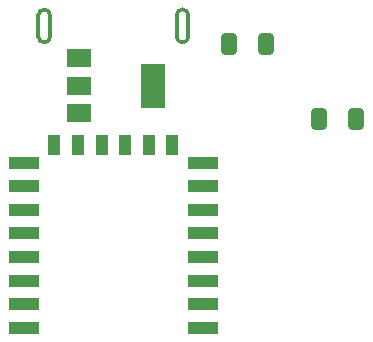
<source format=gbr>
%TF.GenerationSoftware,KiCad,Pcbnew,(6.0.5)*%
%TF.CreationDate,2022-11-09T18:14:35+05:30*%
%TF.ProjectId,USBNightLightV1,5553424e-6967-4687-944c-696768745631,rev?*%
%TF.SameCoordinates,Original*%
%TF.FileFunction,Paste,Bot*%
%TF.FilePolarity,Positive*%
%FSLAX46Y46*%
G04 Gerber Fmt 4.6, Leading zero omitted, Abs format (unit mm)*
G04 Created by KiCad (PCBNEW (6.0.5)) date 2022-11-09 18:14:35*
%MOMM*%
%LPD*%
G01*
G04 APERTURE LIST*
G04 Aperture macros list*
%AMRoundRect*
0 Rectangle with rounded corners*
0 $1 Rounding radius*
0 $2 $3 $4 $5 $6 $7 $8 $9 X,Y pos of 4 corners*
0 Add a 4 corners polygon primitive as box body*
4,1,4,$2,$3,$4,$5,$6,$7,$8,$9,$2,$3,0*
0 Add four circle primitives for the rounded corners*
1,1,$1+$1,$2,$3*
1,1,$1+$1,$4,$5*
1,1,$1+$1,$6,$7*
1,1,$1+$1,$8,$9*
0 Add four rect primitives between the rounded corners*
20,1,$1+$1,$2,$3,$4,$5,0*
20,1,$1+$1,$4,$5,$6,$7,0*
20,1,$1+$1,$6,$7,$8,$9,0*
20,1,$1+$1,$8,$9,$2,$3,0*%
G04 Aperture macros list end*
%ADD10C,0.300000*%
%ADD11RoundRect,0.250000X0.412500X0.650000X-0.412500X0.650000X-0.412500X-0.650000X0.412500X-0.650000X0*%
%ADD12R,2.000000X1.500000*%
%ADD13R,2.000000X3.800000*%
%ADD14R,2.500000X1.000000*%
%ADD15R,1.000000X1.800000*%
G04 APERTURE END LIST*
D10*
%TO.C,J1*%
X148919025Y-71296100D02*
X148919025Y-69496100D01*
X149919025Y-69496100D02*
X149919025Y-71296100D01*
X137219025Y-71296100D02*
X137219025Y-69496100D01*
X138219025Y-69496100D02*
X138219025Y-71296100D01*
X148919025Y-71296100D02*
G75*
G03*
X149419025Y-71796100I500001J1D01*
G01*
X137719025Y-71796100D02*
G75*
G03*
X138219025Y-71296100I0J500000D01*
G01*
X137219025Y-71296100D02*
G75*
G03*
X137719025Y-71796100I500000J0D01*
G01*
X137719025Y-68996100D02*
G75*
G03*
X137219025Y-69496100I0J-500000D01*
G01*
X149919025Y-69496100D02*
G75*
G03*
X149419025Y-68996100I-500001J-1D01*
G01*
X149419025Y-71796100D02*
G75*
G03*
X149919025Y-71296100I-1J500001D01*
G01*
X138219025Y-69496100D02*
G75*
G03*
X137719025Y-68996100I-500000J0D01*
G01*
X149419025Y-68996100D02*
G75*
G03*
X148919025Y-69496100I1J-500001D01*
G01*
%TD*%
D11*
%TO.C,C2*%
X156502500Y-71882000D03*
X153377500Y-71882000D03*
%TD*%
%TO.C,C1*%
X164122500Y-78232000D03*
X160997500Y-78232000D03*
%TD*%
D12*
%TO.C,U2*%
X140614000Y-77738000D03*
X140614000Y-75438000D03*
D13*
X146914000Y-75438000D03*
D12*
X140614000Y-73138000D03*
%TD*%
D14*
%TO.C,U1*%
X135969000Y-95963000D03*
X135969000Y-93963000D03*
X135969000Y-91963000D03*
X135969000Y-89963000D03*
X135969000Y-87963000D03*
X135969000Y-85963000D03*
X135969000Y-83963000D03*
X135969000Y-81963000D03*
D15*
X138569000Y-80463000D03*
X140569000Y-80463000D03*
X142569000Y-80463000D03*
X144569000Y-80463000D03*
X146569000Y-80463000D03*
X148569000Y-80463000D03*
D14*
X151169000Y-81963000D03*
X151169000Y-83963000D03*
X151169000Y-85963000D03*
X151169000Y-87963000D03*
X151169000Y-89963000D03*
X151169000Y-91963000D03*
X151169000Y-93963000D03*
X151169000Y-95963000D03*
%TD*%
M02*

</source>
